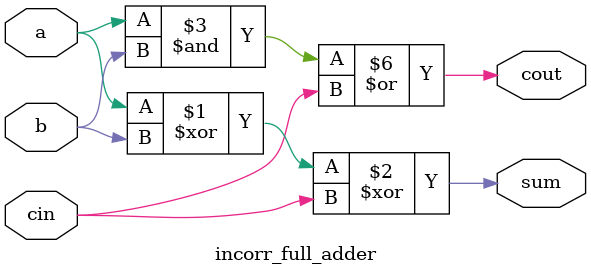
<source format=v>
module incorr_full_adder(a,b,cin,sum,cout);
input a,b,cin;
output sum,cout;
assign sum = a^b^cin;
assign cout = a&b|cin&(a|1'b1); 
// initial begin
//     $display("The incorrect adder with or0 having in2/1");
// end   
endmodule
</source>
